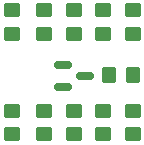
<source format=gbr>
G04 This is an RS-274x file exported by *
G04 gerbv version 2.10.0 *
G04 More information is available about gerbv at *
G04 https://gerbv.github.io/ *
G04 --End of header info--*
%MOIN*%
%FSLAX36Y36*%
%IPPOS*%
G04 --Define apertures--*
%AMMACRO10*
4,1,4,-0.013780,-0.017717,0.013780,-0.017717,0.013780,0.017717,-0.013780,0.017717,-0.013780,-0.017717,0.000000*
1,1,0.019685,-0.013780,-0.017717*
1,1,0.019685,0.013780,-0.017717*
1,1,0.019685,0.013780,0.017717*
1,1,0.019685,-0.013780,0.017717*
20,1,0.019685,-0.013780,-0.017717,0.013780,-0.017717,0.000000*
20,1,0.019685,0.013780,-0.017717,0.013780,0.017717,0.000000*
20,1,0.019685,0.013780,0.017717,-0.013780,0.017717,0.000000*
20,1,0.019685,-0.013780,0.017717,-0.013780,-0.017717,0.000000*
%
%ADD10MACRO10*%
%AMMACRO11*
4,1,4,0.017717,-0.013780,0.017717,0.013780,-0.017717,0.013780,-0.017717,-0.013780,0.017717,-0.013780,0.000000*
1,1,0.019685,0.017717,-0.013780*
1,1,0.019685,0.017717,0.013780*
1,1,0.019685,-0.017717,0.013780*
1,1,0.019685,-0.017717,-0.013780*
20,1,0.019685,0.017717,-0.013780,0.017717,0.013780,0.000000*
20,1,0.019685,0.017717,0.013780,-0.017717,0.013780,0.000000*
20,1,0.019685,-0.017717,0.013780,-0.017717,-0.013780,0.000000*
20,1,0.019685,-0.017717,-0.013780,0.017717,-0.013780,0.000000*
%
%ADD11MACRO11*%
%AMMACRO12*
4,1,4,-0.023130,-0.005906,0.023130,-0.005906,0.023130,0.005906,-0.023130,0.005906,-0.023130,-0.005906,0.000000*
1,1,0.011811,-0.023130,-0.005906*
1,1,0.011811,0.023130,-0.005906*
1,1,0.011811,0.023130,0.005906*
1,1,0.011811,-0.023130,0.005906*
20,1,0.011811,-0.023130,-0.005906,0.023130,-0.005906,0.000000*
20,1,0.011811,0.023130,-0.005906,0.023130,0.005906,0.000000*
20,1,0.011811,0.023130,0.005906,-0.023130,0.005906,0.000000*
20,1,0.011811,-0.023130,0.005906,-0.023130,-0.005906,0.000000*
%
%ADD12MACRO12*%
%AMMACRO13*
4,1,4,-0.017717,0.013780,-0.017717,-0.013780,0.017717,-0.013780,0.017717,0.013780,-0.017717,0.013780,0.000000*
1,1,0.019685,-0.017717,0.013780*
1,1,0.019685,-0.017717,-0.013780*
1,1,0.019685,0.017717,-0.013780*
1,1,0.019685,0.017717,0.013780*
20,1,0.019685,-0.017717,0.013780,-0.017717,-0.013780,0.000000*
20,1,0.019685,-0.017717,-0.013780,0.017717,-0.013780,0.000000*
20,1,0.019685,0.017717,-0.013780,0.017717,0.013780,0.000000*
20,1,0.019685,0.017717,0.013780,-0.017717,0.013780,0.000000*
%
%ADD13MACRO13*%
G04 --Start main section--*
G54D10*
G01X6102362Y-3366142D03*
G01X6181102Y-3366142D03*
G54D11*
G01X5984252Y-3562992D03*
G01X5984252Y-3484252D03*
G54D12*
G01X5949311Y-3406004D03*
G01X5949311Y-3331201D03*
G01X6023130Y-3368602D03*
G54D13*
G01X6181102Y-3484252D03*
G01X6181102Y-3562992D03*
G54D11*
G01X5777559Y-3228346D03*
G01X5777559Y-3149606D03*
G01X5885827Y-3228346D03*
G01X5885827Y-3149606D03*
G54D13*
G01X5777559Y-3484252D03*
G01X5777559Y-3562992D03*
G01X5885827Y-3484252D03*
G01X5885827Y-3562992D03*
G01X6082677Y-3484252D03*
G01X6082677Y-3562992D03*
G54D11*
G01X6181102Y-3228346D03*
G01X6181102Y-3149606D03*
G01X6082677Y-3228346D03*
G01X6082677Y-3149606D03*
G54D13*
G01X5984252Y-3149606D03*
G01X5984252Y-3228346D03*
M02*

</source>
